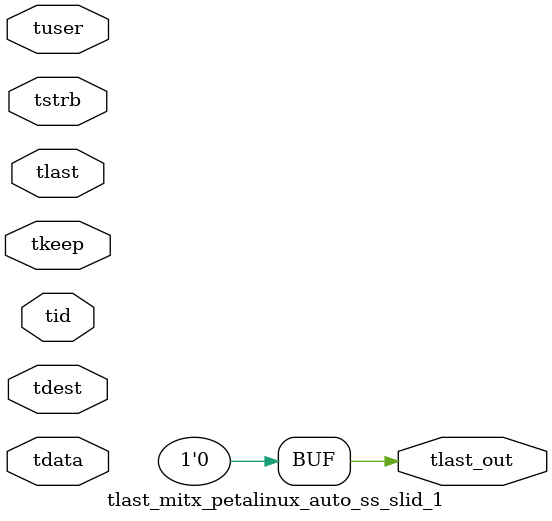
<source format=v>


`timescale 1ps/1ps

module tlast_mitx_petalinux_auto_ss_slid_1 #
(
parameter C_S_AXIS_TID_WIDTH   = 1,
parameter C_S_AXIS_TUSER_WIDTH = 0,
parameter C_S_AXIS_TDATA_WIDTH = 0,
parameter C_S_AXIS_TDEST_WIDTH = 0
)
(
input  [(C_S_AXIS_TID_WIDTH   == 0 ? 1 : C_S_AXIS_TID_WIDTH)-1:0       ] tid,
input  [(C_S_AXIS_TDATA_WIDTH == 0 ? 1 : C_S_AXIS_TDATA_WIDTH)-1:0     ] tdata,
input  [(C_S_AXIS_TUSER_WIDTH == 0 ? 1 : C_S_AXIS_TUSER_WIDTH)-1:0     ] tuser,
input  [(C_S_AXIS_TDEST_WIDTH == 0 ? 1 : C_S_AXIS_TDEST_WIDTH)-1:0     ] tdest,
input  [(C_S_AXIS_TDATA_WIDTH/8)-1:0 ] tkeep,
input  [(C_S_AXIS_TDATA_WIDTH/8)-1:0 ] tstrb,
input  [0:0]                                                             tlast,
output                                                                   tlast_out
);

assign tlast_out = {1'b0};

endmodule


</source>
